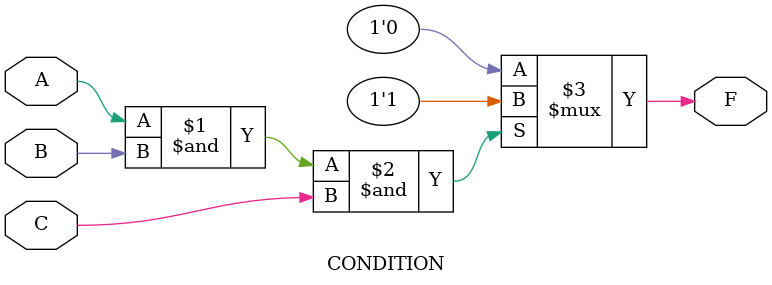
<source format=v>
module CONDITION(A, B, C, F);

    input A, B, C;
    output F;

    assign F = (A & B & C) ? 1'b1 : 1'b0;

endmodule
</source>
